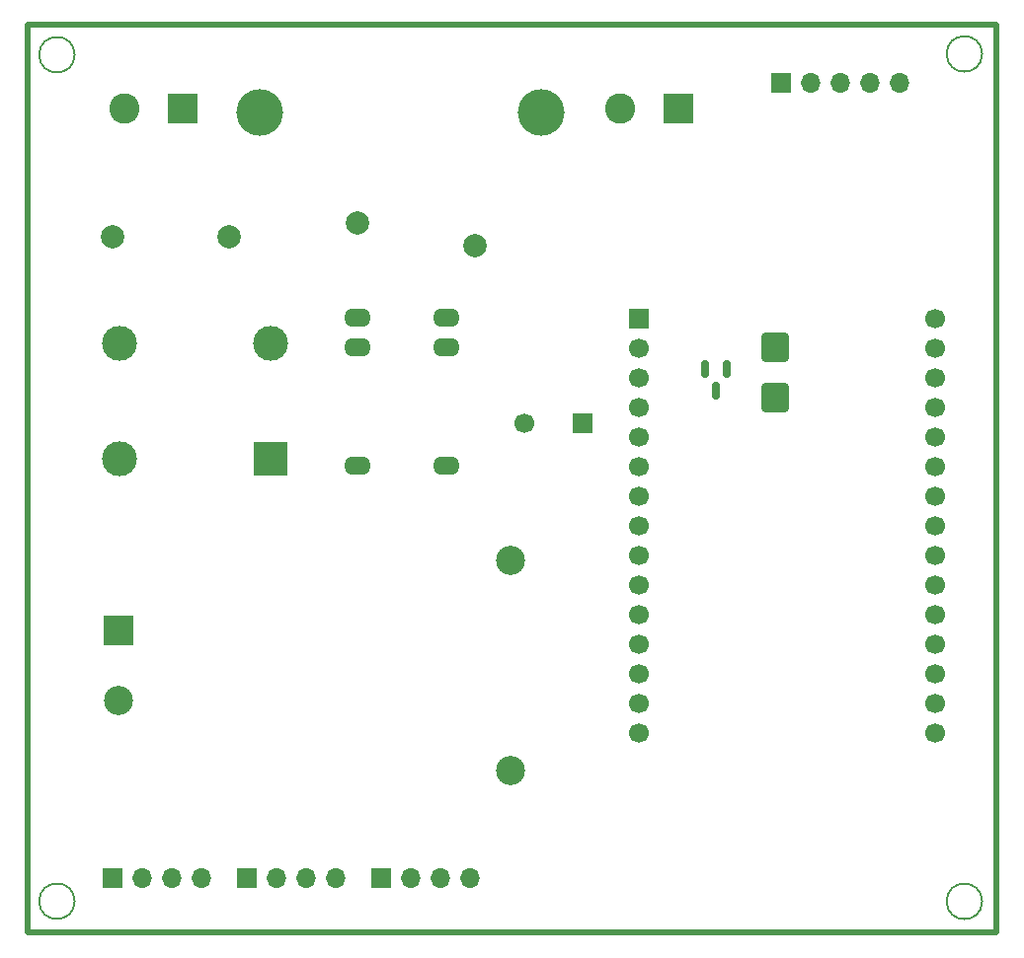
<source format=gbs>
%TF.GenerationSoftware,KiCad,Pcbnew,7.0.2-6a45011f42~172~ubuntu22.10.1*%
%TF.CreationDate,2023-05-26T16:24:23+05:00*%
%TF.ProjectId,IOTV,494f5456-2e6b-4696-9361-645f70636258,rev?*%
%TF.SameCoordinates,Original*%
%TF.FileFunction,Soldermask,Bot*%
%TF.FilePolarity,Negative*%
%FSLAX46Y46*%
G04 Gerber Fmt 4.6, Leading zero omitted, Abs format (unit mm)*
G04 Created by KiCad (PCBNEW 7.0.2-6a45011f42~172~ubuntu22.10.1) date 2023-05-26 16:24:23*
%MOMM*%
%LPD*%
G01*
G04 APERTURE LIST*
G04 Aperture macros list*
%AMRoundRect*
0 Rectangle with rounded corners*
0 $1 Rounding radius*
0 $2 $3 $4 $5 $6 $7 $8 $9 X,Y pos of 4 corners*
0 Add a 4 corners polygon primitive as box body*
4,1,4,$2,$3,$4,$5,$6,$7,$8,$9,$2,$3,0*
0 Add four circle primitives for the rounded corners*
1,1,$1+$1,$2,$3*
1,1,$1+$1,$4,$5*
1,1,$1+$1,$6,$7*
1,1,$1+$1,$8,$9*
0 Add four rect primitives between the rounded corners*
20,1,$1+$1,$2,$3,$4,$5,0*
20,1,$1+$1,$4,$5,$6,$7,0*
20,1,$1+$1,$6,$7,$8,$9,0*
20,1,$1+$1,$8,$9,$2,$3,0*%
G04 Aperture macros list end*
%ADD10C,2.000000*%
%ADD11R,1.700000X1.700000*%
%ADD12O,1.700000X1.700000*%
%ADD13C,4.000000*%
%ADD14R,2.500000X2.500000*%
%ADD15C,2.500000*%
%ADD16R,2.600000X2.600000*%
%ADD17C,2.600000*%
%ADD18C,1.700000*%
%ADD19O,2.300000X1.600000*%
%ADD20R,3.000000X3.000000*%
%ADD21C,3.000000*%
%ADD22RoundRect,0.150000X-0.150000X0.587500X-0.150000X-0.587500X0.150000X-0.587500X0.150000X0.587500X0*%
%ADD23RoundRect,0.250000X-0.900000X1.000000X-0.900000X-1.000000X0.900000X-1.000000X0.900000X1.000000X0*%
%TA.AperFunction,Profile*%
%ADD24C,0.150000*%
%TD*%
%TA.AperFunction,Profile*%
%ADD25C,0.500000*%
%TD*%
G04 APERTURE END LIST*
D10*
%TO.C,C1*%
X118944000Y-66454000D03*
X108944000Y-66454000D03*
%TD*%
D11*
%TO.C,J3*%
X108894000Y-121454000D03*
D12*
X111434000Y-121454000D03*
X113974000Y-121454000D03*
X116514000Y-121454000D03*
%TD*%
D11*
%TO.C,J5*%
X131944000Y-121454000D03*
D12*
X134484000Y-121454000D03*
X137024000Y-121454000D03*
X139564000Y-121454000D03*
%TD*%
D13*
%TO.C,F1*%
X121506000Y-55719000D03*
X145636000Y-55719000D03*
%TD*%
D14*
%TO.C,PS1*%
X109394000Y-100204000D03*
D15*
X109394000Y-106204000D03*
X142994000Y-94204000D03*
X142994000Y-112204000D03*
%TD*%
D16*
%TO.C,J1*%
X114944000Y-55399000D03*
D17*
X109944000Y-55399000D03*
%TD*%
D11*
%TO.C,J4*%
X120394000Y-121454000D03*
D12*
X122934000Y-121454000D03*
X125474000Y-121454000D03*
X128014000Y-121454000D03*
%TD*%
D11*
%TO.C,U1*%
X154000200Y-73482200D03*
D18*
X154000200Y-76022200D03*
X154000200Y-78562200D03*
X154000200Y-81102200D03*
X154000200Y-83642200D03*
X154000200Y-86182200D03*
X154000200Y-88722200D03*
X154000200Y-91262200D03*
X154000200Y-93802200D03*
X154000200Y-96342200D03*
X154000200Y-98882200D03*
X154000200Y-101422200D03*
X154000200Y-103962200D03*
X154000200Y-106502200D03*
X154000200Y-109042200D03*
X179400200Y-109042200D03*
X179400200Y-106502200D03*
X179400200Y-103962200D03*
X179400200Y-101422200D03*
X179400200Y-98882200D03*
X179400200Y-96342200D03*
X179400200Y-93802200D03*
X179400200Y-91262200D03*
X179400200Y-88722200D03*
X179400200Y-86182200D03*
X179400200Y-83642200D03*
X179400200Y-81102200D03*
X179400200Y-78562200D03*
X179400200Y-76022200D03*
X179400200Y-73482200D03*
%TD*%
D19*
%TO.C,K1*%
X137504000Y-86054000D03*
X137504000Y-75894000D03*
X137504000Y-73354000D03*
X129884000Y-73354000D03*
X129884000Y-75894000D03*
X129884000Y-86054000D03*
%TD*%
D11*
%TO.C,C2*%
X149194000Y-82454000D03*
D18*
X144194000Y-82454000D03*
%TD*%
D20*
%TO.C,FL1*%
X122444000Y-85438750D03*
D21*
X122444000Y-75532750D03*
X109490000Y-75532750D03*
X109490000Y-85438750D03*
%TD*%
D16*
%TO.C,J2*%
X157444000Y-55399000D03*
D17*
X152444000Y-55399000D03*
%TD*%
D11*
%TO.C,J6*%
X166234000Y-53204000D03*
D12*
X168774000Y-53204000D03*
X171314000Y-53204000D03*
X173854000Y-53204000D03*
X176394000Y-53204000D03*
%TD*%
D10*
%TO.C,RVe1*%
X139944000Y-67179000D03*
X129944000Y-65229000D03*
%TD*%
D22*
%TO.C,Q1*%
X159704000Y-77736500D03*
X161604000Y-77736500D03*
X160654000Y-79611500D03*
%TD*%
D23*
%TO.C,D5*%
X165694000Y-75904000D03*
X165694000Y-80204000D03*
%TD*%
D24*
X105664000Y-123444000D02*
G75*
G03*
X105664000Y-123444000I-1524000J0D01*
G01*
D25*
X101600000Y-48260000D02*
X184694000Y-48260000D01*
X184694000Y-126104000D01*
X101600000Y-126104000D01*
X101600000Y-48260000D01*
D24*
X105664000Y-50800000D02*
G75*
G03*
X105664000Y-50800000I-1524000J0D01*
G01*
X183468000Y-123454000D02*
G75*
G03*
X183468000Y-123454000I-1524000J0D01*
G01*
X183468000Y-50728000D02*
G75*
G03*
X183468000Y-50728000I-1524000J0D01*
G01*
M02*

</source>
